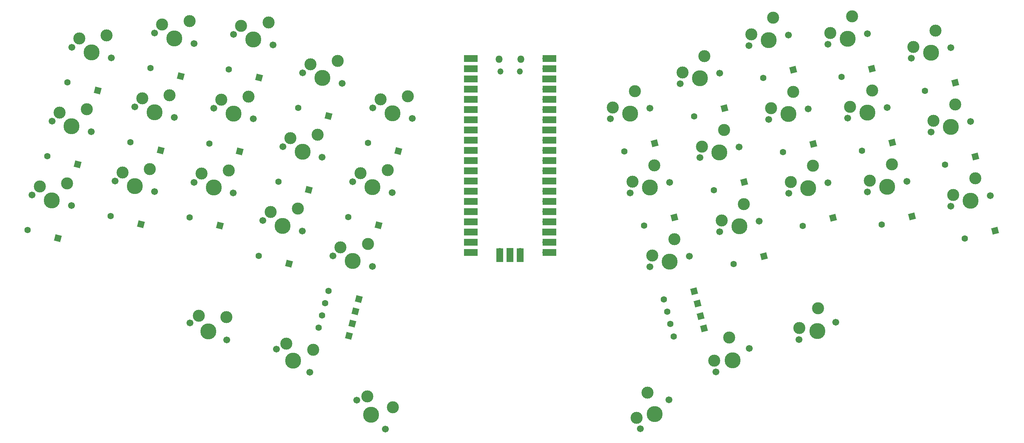
<source format=gts>
G04 #@! TF.GenerationSoftware,KiCad,Pcbnew,(6.0.4)*
G04 #@! TF.CreationDate,2023-02-24T10:48:44-05:00*
G04 #@! TF.ProjectId,crowboard,63726f77-626f-4617-9264-2e6b69636164,rev?*
G04 #@! TF.SameCoordinates,Original*
G04 #@! TF.FileFunction,Soldermask,Top*
G04 #@! TF.FilePolarity,Negative*
%FSLAX46Y46*%
G04 Gerber Fmt 4.6, Leading zero omitted, Abs format (unit mm)*
G04 Created by KiCad (PCBNEW (6.0.4)) date 2023-02-24 10:48:44*
%MOMM*%
%LPD*%
G01*
G04 APERTURE LIST*
G04 Aperture macros list*
%AMRotRect*
0 Rectangle, with rotation*
0 The origin of the aperture is its center*
0 $1 length*
0 $2 width*
0 $3 Rotation angle, in degrees counterclockwise*
0 Add horizontal line*
21,1,$1,$2,0,0,$3*%
G04 Aperture macros list end*
%ADD10C,3.000000*%
%ADD11C,3.987800*%
%ADD12C,1.701800*%
%ADD13RotRect,1.600000X1.600000X345.000000*%
%ADD14C,1.600000*%
%ADD15RotRect,1.600000X1.600000X15.000000*%
%ADD16O,1.700000X1.700000*%
%ADD17R,1.700000X3.500000*%
%ADD18R,1.700000X1.700000*%
%ADD19R,3.500000X1.700000*%
%ADD20O,1.800000X1.800000*%
%ADD21O,1.500000X1.500000*%
G04 APERTURE END LIST*
D10*
X225688692Y-108831816D03*
X221007088Y-113817464D03*
D11*
X225533571Y-114509310D03*
D12*
X230137615Y-112362409D03*
X220929527Y-116656211D03*
D10*
X203643623Y-116176794D03*
X199898892Y-121899651D03*
D11*
X204476745Y-121794971D03*
D12*
X208638037Y-118881203D03*
X200315453Y-124708739D03*
D10*
X183267369Y-129826106D03*
X180573292Y-136112286D03*
D11*
X185063420Y-135214260D03*
D12*
X188655522Y-131622158D03*
X181471318Y-138806362D03*
D10*
X119916788Y-133528207D03*
X113630608Y-130834130D03*
D11*
X114528634Y-135324258D03*
D12*
X118120736Y-138916360D03*
X110936532Y-131732156D03*
D10*
X100109722Y-119200561D03*
X93451223Y-117638997D03*
D11*
X95115308Y-121904969D03*
D12*
X99276600Y-124818737D03*
X90954016Y-118991201D03*
D10*
X78507405Y-111088715D03*
X71678900Y-110707111D03*
D11*
X74058482Y-114619308D03*
D12*
X78662526Y-116766209D03*
X69454438Y-112472407D03*
D10*
X264773180Y-76548623D03*
X259296951Y-80645576D03*
D11*
X263634529Y-82112927D03*
D12*
X268541432Y-80798126D03*
X258727626Y-83427728D03*
D10*
X244058146Y-73059944D03*
X238581917Y-77156897D03*
D11*
X242919495Y-78624248D03*
D12*
X247826398Y-77309447D03*
X238012592Y-79939049D03*
D10*
X224424633Y-73390225D03*
X218948404Y-77487178D03*
D11*
X223285982Y-78954529D03*
D12*
X228192885Y-77639728D03*
X218379079Y-80269330D03*
D10*
X207256372Y-82920950D03*
X201780143Y-87017903D03*
D11*
X206117721Y-88485254D03*
D12*
X211024624Y-87170453D03*
X201210818Y-89800055D03*
D10*
X189937006Y-91670412D03*
X184460777Y-95767365D03*
D11*
X188798355Y-97234716D03*
D12*
X193705258Y-95919915D03*
X183891452Y-98549517D03*
D10*
X113740913Y-92875215D03*
X106949884Y-93685166D03*
D11*
X109972661Y-97124718D03*
D12*
X114879564Y-98439519D03*
X105065758Y-95809917D03*
D10*
X96312881Y-84096636D03*
X89521852Y-84906587D03*
D11*
X92544629Y-88346139D03*
D12*
X97451532Y-89660940D03*
X87637726Y-87031338D03*
D10*
X79144620Y-74565911D03*
X72353591Y-75375862D03*
D11*
X75376368Y-78815414D03*
D12*
X80283271Y-80130215D03*
X70469465Y-77500613D03*
D10*
X59511107Y-74235630D03*
X52720078Y-75045581D03*
D11*
X55742855Y-78485133D03*
D12*
X60649758Y-79799934D03*
X50835952Y-77170332D03*
D10*
X38904740Y-77753426D03*
X32113711Y-78563377D03*
D11*
X35136488Y-82002929D03*
D12*
X40043391Y-83317730D03*
X30229585Y-80688128D03*
D10*
X259842677Y-58147736D03*
X254366448Y-62244689D03*
D11*
X258704026Y-63712040D03*
D12*
X263610929Y-62397239D03*
X253797123Y-65026841D03*
D10*
X239127643Y-54659057D03*
X233651414Y-58756010D03*
D11*
X237988992Y-60223361D03*
D12*
X242895895Y-58908560D03*
X233082089Y-61538162D03*
D10*
X219494130Y-54989338D03*
X214017901Y-59086291D03*
D11*
X218355479Y-60553642D03*
D12*
X223262382Y-59238841D03*
X213448576Y-61868443D03*
D10*
X202325869Y-64520063D03*
X196849640Y-68617016D03*
D11*
X201187218Y-70084367D03*
D12*
X206094121Y-68769566D03*
X196280315Y-71399168D03*
D10*
X185006503Y-73269525D03*
X179530274Y-77366478D03*
D11*
X183867852Y-78833829D03*
D12*
X188774755Y-77519028D03*
X178960949Y-80148630D03*
D10*
X118671416Y-74474328D03*
X111880387Y-75284279D03*
D11*
X114903164Y-78723831D03*
D12*
X119810067Y-80038632D03*
X109996261Y-77409030D03*
D10*
X101243384Y-65695749D03*
X94452355Y-66505700D03*
D11*
X97475132Y-69945252D03*
D12*
X102382035Y-71260053D03*
X92568229Y-68630451D03*
D10*
X84075123Y-56165024D03*
X77284094Y-56974975D03*
D11*
X80306871Y-60414527D03*
D12*
X85213774Y-61729328D03*
X75399968Y-59099726D03*
D10*
X64441610Y-55834743D03*
X57650581Y-56644694D03*
D11*
X60673358Y-60084246D03*
D12*
X65580261Y-61399047D03*
X55766455Y-58769445D03*
D10*
X43835242Y-59352539D03*
X37044213Y-60162490D03*
D11*
X40066990Y-63602042D03*
D12*
X44973893Y-64916843D03*
X35160087Y-62287241D03*
D10*
X254912174Y-39746849D03*
X249435945Y-43843802D03*
D11*
X253773523Y-45311153D03*
D12*
X258680426Y-43996352D03*
X248866620Y-46625954D03*
D10*
X234197140Y-36258170D03*
X228720911Y-40355123D03*
D11*
X233058489Y-41822474D03*
D12*
X237965392Y-40507673D03*
X228151586Y-43137275D03*
D10*
X214563627Y-36588451D03*
X209087398Y-40685404D03*
D11*
X213424976Y-42152755D03*
D12*
X218331879Y-40837954D03*
X208518073Y-43467556D03*
D10*
X197449699Y-46104617D03*
X191973470Y-50201570D03*
D11*
X196311048Y-51668921D03*
D12*
X201217951Y-50354120D03*
X191404145Y-52983722D03*
D10*
X180130334Y-54854080D03*
X174654105Y-58951033D03*
D11*
X178991683Y-60418384D03*
D12*
X183898586Y-59103583D03*
X174084780Y-61733185D03*
D10*
X123656252Y-56088000D03*
X116865223Y-56897951D03*
D11*
X119888000Y-60337503D03*
D12*
X124794903Y-61652304D03*
X114981097Y-59022702D03*
D10*
X106228220Y-47309420D03*
X99437191Y-48119371D03*
D11*
X102459968Y-51558923D03*
D12*
X107366871Y-52873724D03*
X97553065Y-50244122D03*
D10*
X89005625Y-37764137D03*
X82214596Y-38574088D03*
D11*
X85237373Y-42013640D03*
D12*
X90144276Y-43328441D03*
X80330470Y-40698839D03*
D10*
X69372113Y-37433856D03*
X62581084Y-38243807D03*
D11*
X65603861Y-41683359D03*
D12*
X70510764Y-42998160D03*
X60696958Y-40368558D03*
D10*
X48765745Y-40951652D03*
X41974716Y-41761603D03*
D11*
X44997493Y-45201155D03*
D12*
X49904396Y-46515956D03*
X40090590Y-43886354D03*
D13*
X41574288Y-73045175D03*
D14*
X34040066Y-71026387D03*
D15*
X202392307Y-59078709D03*
D14*
X194858085Y-61097497D03*
D15*
X264785284Y-71121827D03*
D14*
X257251062Y-73140615D03*
D13*
X103967265Y-61002057D03*
D14*
X96433043Y-58983269D03*
D13*
X116410461Y-88166965D03*
D14*
X108876239Y-86148177D03*
D13*
X111479959Y-106567852D03*
D14*
X103945737Y-104549064D03*
D15*
X207322809Y-77479596D03*
D14*
X199788587Y-79498384D03*
D15*
X244124583Y-67618590D03*
D14*
X236590361Y-69637378D03*
D13*
X99036762Y-79402944D03*
D14*
X91502540Y-77384156D03*
D13*
X76937998Y-88273106D03*
D14*
X69403776Y-86254318D03*
D15*
X224491071Y-67948871D03*
D14*
X216956849Y-69967659D03*
D13*
X62234988Y-69541938D03*
D14*
X54700766Y-67523150D03*
D13*
X57304486Y-87942825D03*
D14*
X49770264Y-85924037D03*
D13*
X94106260Y-97803831D03*
D14*
X86572038Y-95785043D03*
D13*
X86684300Y-51440598D03*
D14*
X79150078Y-49421810D03*
D13*
X36643785Y-91446062D03*
D14*
X29109563Y-89427274D03*
D15*
X185018608Y-67842729D03*
D14*
X177484386Y-69861517D03*
D13*
X46571198Y-54662082D03*
D14*
X39036976Y-52643294D03*
D15*
X195701364Y-107711318D03*
D14*
X188167142Y-109730106D03*
D16*
X151638000Y-94766000D03*
D17*
X151638000Y-95666000D03*
X149098000Y-95666000D03*
D18*
X149098000Y-94766000D03*
D17*
X146558000Y-95666000D03*
D16*
X146558000Y-94766000D03*
X157988000Y-46736000D03*
D19*
X158888000Y-46736000D03*
D16*
X157988000Y-49276000D03*
D19*
X158888000Y-49276000D03*
D18*
X157988000Y-51816000D03*
D19*
X158888000Y-51816000D03*
D16*
X157988000Y-54356000D03*
D19*
X158888000Y-54356000D03*
X158888000Y-56896000D03*
D16*
X157988000Y-56896000D03*
D19*
X158888000Y-59436000D03*
D16*
X157988000Y-59436000D03*
D19*
X158888000Y-61976000D03*
D16*
X157988000Y-61976000D03*
D18*
X157988000Y-64516000D03*
D19*
X158888000Y-64516000D03*
D16*
X157988000Y-67056000D03*
D19*
X158888000Y-67056000D03*
X158888000Y-69596000D03*
D16*
X157988000Y-69596000D03*
D19*
X158888000Y-72136000D03*
D16*
X157988000Y-72136000D03*
D19*
X158888000Y-74676000D03*
D16*
X157988000Y-74676000D03*
D18*
X157988000Y-77216000D03*
D19*
X158888000Y-77216000D03*
D16*
X157988000Y-79756000D03*
D19*
X158888000Y-79756000D03*
X158888000Y-82296000D03*
D16*
X157988000Y-82296000D03*
D19*
X158888000Y-84836000D03*
D16*
X157988000Y-84836000D03*
D19*
X158888000Y-87376000D03*
D16*
X157988000Y-87376000D03*
D18*
X157988000Y-89916000D03*
D19*
X158888000Y-89916000D03*
X158888000Y-92456000D03*
D16*
X157988000Y-92456000D03*
D19*
X158888000Y-94996000D03*
D16*
X157988000Y-94996000D03*
X140208000Y-94996000D03*
D19*
X139308000Y-94996000D03*
X139308000Y-92456000D03*
D16*
X140208000Y-92456000D03*
D18*
X140208000Y-89916000D03*
D19*
X139308000Y-89916000D03*
D16*
X140208000Y-87376000D03*
D19*
X139308000Y-87376000D03*
D16*
X140208000Y-84836000D03*
D19*
X139308000Y-84836000D03*
D16*
X140208000Y-82296000D03*
D19*
X139308000Y-82296000D03*
X139308000Y-79756000D03*
D16*
X140208000Y-79756000D03*
D19*
X139308000Y-77216000D03*
D18*
X140208000Y-77216000D03*
D16*
X140208000Y-74676000D03*
D19*
X139308000Y-74676000D03*
X139308000Y-72136000D03*
D16*
X140208000Y-72136000D03*
D19*
X139308000Y-69596000D03*
D16*
X140208000Y-69596000D03*
D19*
X139308000Y-67056000D03*
D16*
X140208000Y-67056000D03*
D19*
X139308000Y-64516000D03*
D18*
X140208000Y-64516000D03*
D16*
X140208000Y-61976000D03*
D19*
X139308000Y-61976000D03*
X139308000Y-59436000D03*
D16*
X140208000Y-59436000D03*
D19*
X139308000Y-56896000D03*
D16*
X140208000Y-56896000D03*
X140208000Y-54356000D03*
D19*
X139308000Y-54356000D03*
X139308000Y-51816000D03*
D18*
X140208000Y-51816000D03*
D16*
X140208000Y-49276000D03*
D19*
X139308000Y-49276000D03*
D16*
X140208000Y-46736000D03*
D19*
X139308000Y-46736000D03*
D20*
X146373000Y-46866000D03*
D21*
X146673000Y-49896000D03*
D20*
X151823000Y-46866000D03*
D21*
X151523000Y-49896000D03*
D15*
X197344865Y-113844947D03*
D14*
X189810643Y-115863735D03*
D15*
X194879613Y-104644503D03*
D14*
X187345391Y-106663291D03*
D15*
X212253312Y-95880483D03*
D14*
X204719090Y-97899271D03*
D15*
X249055086Y-86019477D03*
D14*
X241520864Y-88038265D03*
D13*
X67165491Y-51141051D03*
D14*
X59631269Y-49122263D03*
D13*
X109022925Y-115737627D03*
D14*
X101488703Y-113718839D03*
D15*
X239079377Y-49248438D03*
D14*
X231545155Y-51267226D03*
D15*
X189949111Y-86243616D03*
D14*
X182414889Y-88262404D03*
D15*
X229421574Y-86349758D03*
D14*
X221887352Y-88368546D03*
D15*
X269715787Y-89522714D03*
D14*
X262181565Y-91541502D03*
D15*
X259854781Y-52720940D03*
D14*
X252320559Y-54739728D03*
D15*
X219560568Y-49547984D03*
D14*
X212026346Y-51566772D03*
D13*
X109844675Y-112670813D03*
D14*
X102310453Y-110652025D03*
D13*
X81868501Y-69872219D03*
D14*
X74334279Y-67853431D03*
D15*
X196523114Y-110778132D03*
D14*
X188988892Y-112796920D03*
D13*
X110658208Y-109634666D03*
D14*
X103123986Y-107615878D03*
D13*
X121340964Y-69766078D03*
D14*
X113806742Y-67747290D03*
M02*

</source>
